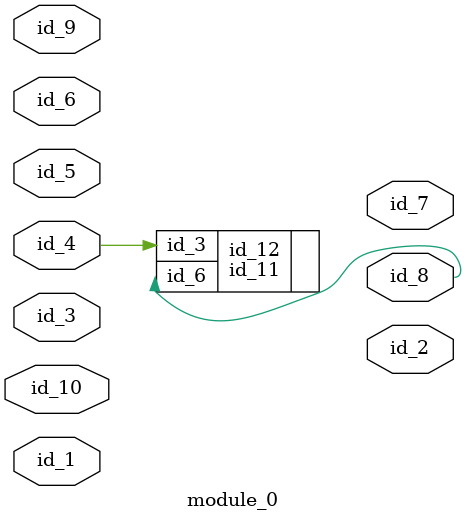
<source format=v>
module module_0 (
    id_1,
    id_2,
    id_3,
    id_4,
    id_5,
    id_6,
    id_7,
    id_8,
    id_9,
    id_10
);
  input id_10;
  input id_9;
  output id_8;
  output id_7;
  input id_6;
  input id_5;
  input id_4;
  input id_3;
  output id_2;
  input id_1;
  id_11 id_12 (
      .id_3(id_4),
      .id_6(id_8)
  );
endmodule

</source>
